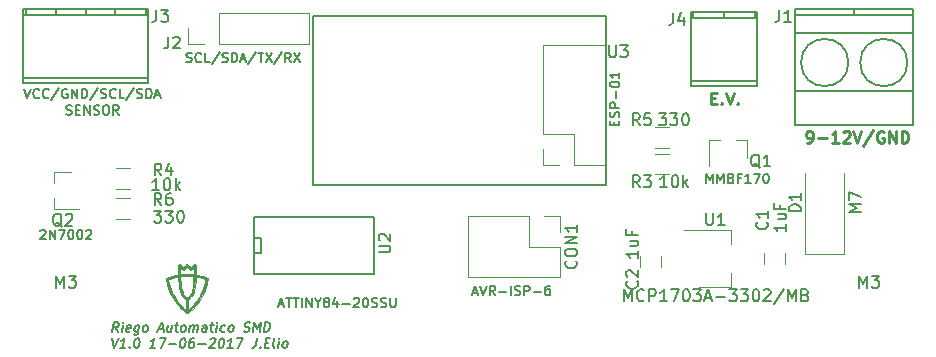
<source format=gbr>
G04 #@! TF.FileFunction,Legend,Top*
%FSLAX46Y46*%
G04 Gerber Fmt 4.6, Leading zero omitted, Abs format (unit mm)*
G04 Created by KiCad (PCBNEW 4.0.6-e0-6349~53~ubuntu16.04.1) date Wed Jun 28 19:43:20 2017*
%MOMM*%
%LPD*%
G01*
G04 APERTURE LIST*
%ADD10C,0.100000*%
%ADD11C,0.150000*%
%ADD12C,0.200000*%
%ADD13C,0.250000*%
%ADD14C,0.120000*%
%ADD15C,0.010000*%
G04 APERTURE END LIST*
D10*
D11*
X61402381Y-96686905D02*
X61183333Y-96305952D01*
X60945238Y-96686905D02*
X61045238Y-95886905D01*
X61350000Y-95886905D01*
X61421429Y-95925000D01*
X61454762Y-95963095D01*
X61483333Y-96039286D01*
X61469048Y-96153571D01*
X61421429Y-96229762D01*
X61378572Y-96267857D01*
X61297619Y-96305952D01*
X60992857Y-96305952D01*
X61745238Y-96686905D02*
X61811905Y-96153571D01*
X61845238Y-95886905D02*
X61802381Y-95925000D01*
X61835714Y-95963095D01*
X61878571Y-95925000D01*
X61845238Y-95886905D01*
X61835714Y-95963095D01*
X62435714Y-96648810D02*
X62354762Y-96686905D01*
X62202381Y-96686905D01*
X62130952Y-96648810D01*
X62102381Y-96572619D01*
X62140476Y-96267857D01*
X62188095Y-96191667D01*
X62269048Y-96153571D01*
X62421429Y-96153571D01*
X62492857Y-96191667D01*
X62521428Y-96267857D01*
X62511904Y-96344048D01*
X62121428Y-96420238D01*
X63221428Y-96153571D02*
X63140475Y-96801190D01*
X63092856Y-96877381D01*
X63049999Y-96915476D01*
X62969047Y-96953571D01*
X62854762Y-96953571D01*
X62783332Y-96915476D01*
X63159523Y-96648810D02*
X63078571Y-96686905D01*
X62926190Y-96686905D01*
X62854761Y-96648810D01*
X62821428Y-96610714D01*
X62792857Y-96534524D01*
X62821428Y-96305952D01*
X62869047Y-96229762D01*
X62911904Y-96191667D01*
X62992857Y-96153571D01*
X63145238Y-96153571D01*
X63216666Y-96191667D01*
X63650000Y-96686905D02*
X63578571Y-96648810D01*
X63545238Y-96610714D01*
X63516667Y-96534524D01*
X63545238Y-96305952D01*
X63592857Y-96229762D01*
X63635714Y-96191667D01*
X63716667Y-96153571D01*
X63830953Y-96153571D01*
X63902381Y-96191667D01*
X63935714Y-96229762D01*
X63964286Y-96305952D01*
X63935715Y-96534524D01*
X63888095Y-96610714D01*
X63845238Y-96648810D01*
X63764286Y-96686905D01*
X63650000Y-96686905D01*
X64859524Y-96458333D02*
X65240476Y-96458333D01*
X64754762Y-96686905D02*
X65121429Y-95886905D01*
X65288096Y-96686905D01*
X65964286Y-96153571D02*
X65897619Y-96686905D01*
X65621429Y-96153571D02*
X65569048Y-96572619D01*
X65597619Y-96648810D01*
X65669048Y-96686905D01*
X65783334Y-96686905D01*
X65864286Y-96648810D01*
X65907143Y-96610714D01*
X66230953Y-96153571D02*
X66535715Y-96153571D01*
X66378572Y-95886905D02*
X66292858Y-96572619D01*
X66321429Y-96648810D01*
X66392858Y-96686905D01*
X66469048Y-96686905D01*
X66850001Y-96686905D02*
X66778572Y-96648810D01*
X66745239Y-96610714D01*
X66716668Y-96534524D01*
X66745239Y-96305952D01*
X66792858Y-96229762D01*
X66835715Y-96191667D01*
X66916668Y-96153571D01*
X67030954Y-96153571D01*
X67102382Y-96191667D01*
X67135715Y-96229762D01*
X67164287Y-96305952D01*
X67135716Y-96534524D01*
X67088096Y-96610714D01*
X67045239Y-96648810D01*
X66964287Y-96686905D01*
X66850001Y-96686905D01*
X67459525Y-96686905D02*
X67526192Y-96153571D01*
X67516668Y-96229762D02*
X67559525Y-96191667D01*
X67640478Y-96153571D01*
X67754764Y-96153571D01*
X67826192Y-96191667D01*
X67854763Y-96267857D01*
X67802382Y-96686905D01*
X67854763Y-96267857D02*
X67902383Y-96191667D01*
X67983335Y-96153571D01*
X68097621Y-96153571D01*
X68169049Y-96191667D01*
X68197620Y-96267857D01*
X68145239Y-96686905D01*
X68869049Y-96686905D02*
X68921430Y-96267857D01*
X68892859Y-96191667D01*
X68821431Y-96153571D01*
X68669050Y-96153571D01*
X68588097Y-96191667D01*
X68873811Y-96648810D02*
X68792859Y-96686905D01*
X68602383Y-96686905D01*
X68530954Y-96648810D01*
X68502383Y-96572619D01*
X68511906Y-96496429D01*
X68559525Y-96420238D01*
X68640478Y-96382143D01*
X68830954Y-96382143D01*
X68911906Y-96344048D01*
X69202383Y-96153571D02*
X69507145Y-96153571D01*
X69350002Y-95886905D02*
X69264288Y-96572619D01*
X69292859Y-96648810D01*
X69364288Y-96686905D01*
X69440478Y-96686905D01*
X69707145Y-96686905D02*
X69773812Y-96153571D01*
X69807145Y-95886905D02*
X69764288Y-95925000D01*
X69797621Y-95963095D01*
X69840478Y-95925000D01*
X69807145Y-95886905D01*
X69797621Y-95963095D01*
X70435716Y-96648810D02*
X70354764Y-96686905D01*
X70202383Y-96686905D01*
X70130954Y-96648810D01*
X70097621Y-96610714D01*
X70069050Y-96534524D01*
X70097621Y-96305952D01*
X70145240Y-96229762D01*
X70188097Y-96191667D01*
X70269050Y-96153571D01*
X70421431Y-96153571D01*
X70492859Y-96191667D01*
X70888097Y-96686905D02*
X70816668Y-96648810D01*
X70783335Y-96610714D01*
X70754764Y-96534524D01*
X70783335Y-96305952D01*
X70830954Y-96229762D01*
X70873811Y-96191667D01*
X70954764Y-96153571D01*
X71069050Y-96153571D01*
X71140478Y-96191667D01*
X71173811Y-96229762D01*
X71202383Y-96305952D01*
X71173812Y-96534524D01*
X71126192Y-96610714D01*
X71083335Y-96648810D01*
X71002383Y-96686905D01*
X70888097Y-96686905D01*
X72073812Y-96648810D02*
X72183336Y-96686905D01*
X72373812Y-96686905D01*
X72454764Y-96648810D01*
X72497622Y-96610714D01*
X72545241Y-96534524D01*
X72554764Y-96458333D01*
X72526193Y-96382143D01*
X72492859Y-96344048D01*
X72421431Y-96305952D01*
X72273812Y-96267857D01*
X72202383Y-96229762D01*
X72169050Y-96191667D01*
X72140479Y-96115476D01*
X72150002Y-96039286D01*
X72197621Y-95963095D01*
X72240478Y-95925000D01*
X72321431Y-95886905D01*
X72511907Y-95886905D01*
X72621431Y-95925000D01*
X72869050Y-96686905D02*
X72969050Y-95886905D01*
X73164288Y-96458333D01*
X73502384Y-95886905D01*
X73402384Y-96686905D01*
X73783336Y-96686905D02*
X73883336Y-95886905D01*
X74073812Y-95886905D01*
X74183336Y-95925000D01*
X74250003Y-96001190D01*
X74278574Y-96077381D01*
X74297622Y-96229762D01*
X74283336Y-96344048D01*
X74226193Y-96496429D01*
X74178575Y-96572619D01*
X74092860Y-96648810D01*
X73973812Y-96686905D01*
X73783336Y-96686905D01*
X60930952Y-97236905D02*
X61097619Y-98036905D01*
X61464286Y-97236905D01*
X62050000Y-98036905D02*
X61592857Y-98036905D01*
X61821428Y-98036905D02*
X61921428Y-97236905D01*
X61830952Y-97351190D01*
X61745237Y-97427381D01*
X61664286Y-97465476D01*
X62402381Y-97960714D02*
X62435714Y-97998810D01*
X62392857Y-98036905D01*
X62359524Y-97998810D01*
X62402381Y-97960714D01*
X62392857Y-98036905D01*
X63026190Y-97236905D02*
X63102381Y-97236905D01*
X63173809Y-97275000D01*
X63207142Y-97313095D01*
X63235714Y-97389286D01*
X63254762Y-97541667D01*
X63230952Y-97732143D01*
X63173810Y-97884524D01*
X63126190Y-97960714D01*
X63083333Y-97998810D01*
X63002381Y-98036905D01*
X62926190Y-98036905D01*
X62854762Y-97998810D01*
X62821428Y-97960714D01*
X62792857Y-97884524D01*
X62773809Y-97732143D01*
X62797619Y-97541667D01*
X62854761Y-97389286D01*
X62902380Y-97313095D01*
X62945238Y-97275000D01*
X63026190Y-97236905D01*
X64564286Y-98036905D02*
X64107143Y-98036905D01*
X64335714Y-98036905D02*
X64435714Y-97236905D01*
X64345238Y-97351190D01*
X64259523Y-97427381D01*
X64178572Y-97465476D01*
X64930953Y-97236905D02*
X65464286Y-97236905D01*
X65021429Y-98036905D01*
X65707143Y-97732143D02*
X66316667Y-97732143D01*
X66911905Y-97236905D02*
X66988096Y-97236905D01*
X67059524Y-97275000D01*
X67092857Y-97313095D01*
X67121429Y-97389286D01*
X67140477Y-97541667D01*
X67116667Y-97732143D01*
X67059525Y-97884524D01*
X67011905Y-97960714D01*
X66969048Y-97998810D01*
X66888096Y-98036905D01*
X66811905Y-98036905D01*
X66740477Y-97998810D01*
X66707143Y-97960714D01*
X66678572Y-97884524D01*
X66659524Y-97732143D01*
X66683334Y-97541667D01*
X66740476Y-97389286D01*
X66788095Y-97313095D01*
X66830953Y-97275000D01*
X66911905Y-97236905D01*
X67864286Y-97236905D02*
X67711905Y-97236905D01*
X67630953Y-97275000D01*
X67588096Y-97313095D01*
X67497619Y-97427381D01*
X67440477Y-97579762D01*
X67402382Y-97884524D01*
X67430953Y-97960714D01*
X67464286Y-97998810D01*
X67535715Y-98036905D01*
X67688096Y-98036905D01*
X67769048Y-97998810D01*
X67811906Y-97960714D01*
X67859525Y-97884524D01*
X67883334Y-97694048D01*
X67854763Y-97617857D01*
X67821429Y-97579762D01*
X67750001Y-97541667D01*
X67597620Y-97541667D01*
X67516667Y-97579762D01*
X67473810Y-97617857D01*
X67426191Y-97694048D01*
X68221429Y-97732143D02*
X68830953Y-97732143D01*
X69226191Y-97313095D02*
X69269048Y-97275000D01*
X69350001Y-97236905D01*
X69540477Y-97236905D01*
X69611905Y-97275000D01*
X69645239Y-97313095D01*
X69673810Y-97389286D01*
X69664287Y-97465476D01*
X69611906Y-97579762D01*
X69097620Y-98036905D01*
X69592858Y-98036905D01*
X70188096Y-97236905D02*
X70264287Y-97236905D01*
X70335715Y-97275000D01*
X70369048Y-97313095D01*
X70397620Y-97389286D01*
X70416668Y-97541667D01*
X70392858Y-97732143D01*
X70335716Y-97884524D01*
X70288096Y-97960714D01*
X70245239Y-97998810D01*
X70164287Y-98036905D01*
X70088096Y-98036905D01*
X70016668Y-97998810D01*
X69983334Y-97960714D01*
X69954763Y-97884524D01*
X69935715Y-97732143D01*
X69959525Y-97541667D01*
X70016667Y-97389286D01*
X70064286Y-97313095D01*
X70107144Y-97275000D01*
X70188096Y-97236905D01*
X71116668Y-98036905D02*
X70659525Y-98036905D01*
X70888096Y-98036905D02*
X70988096Y-97236905D01*
X70897620Y-97351190D01*
X70811905Y-97427381D01*
X70730954Y-97465476D01*
X71483335Y-97236905D02*
X72016668Y-97236905D01*
X71573811Y-98036905D01*
X73159526Y-97236905D02*
X73088097Y-97808333D01*
X73035716Y-97922619D01*
X72950002Y-97998810D01*
X72830954Y-98036905D01*
X72754764Y-98036905D01*
X73450002Y-97960714D02*
X73483335Y-97998810D01*
X73440478Y-98036905D01*
X73407145Y-97998810D01*
X73450002Y-97960714D01*
X73440478Y-98036905D01*
X73873811Y-97617857D02*
X74140478Y-97617857D01*
X74202383Y-98036905D02*
X73821430Y-98036905D01*
X73921430Y-97236905D01*
X74302383Y-97236905D01*
X74659526Y-98036905D02*
X74588097Y-97998810D01*
X74559526Y-97922619D01*
X74645240Y-97236905D01*
X74964288Y-98036905D02*
X75030955Y-97503571D01*
X75145241Y-97198810D02*
X75016669Y-97313095D01*
X75459526Y-98036905D02*
X75388097Y-97998810D01*
X75354764Y-97960714D01*
X75326193Y-97884524D01*
X75354764Y-97655952D01*
X75402383Y-97579762D01*
X75445240Y-97541667D01*
X75526193Y-97503571D01*
X75640479Y-97503571D01*
X75711907Y-97541667D01*
X75745240Y-97579762D01*
X75773812Y-97655952D01*
X75745241Y-97884524D01*
X75697621Y-97960714D01*
X75654764Y-97998810D01*
X75573812Y-98036905D01*
X75459526Y-98036905D01*
D12*
X53478572Y-76111905D02*
X53745239Y-76911905D01*
X54011906Y-76111905D01*
X54735715Y-76835714D02*
X54697620Y-76873810D01*
X54583334Y-76911905D01*
X54507144Y-76911905D01*
X54392858Y-76873810D01*
X54316667Y-76797619D01*
X54278572Y-76721429D01*
X54240477Y-76569048D01*
X54240477Y-76454762D01*
X54278572Y-76302381D01*
X54316667Y-76226190D01*
X54392858Y-76150000D01*
X54507144Y-76111905D01*
X54583334Y-76111905D01*
X54697620Y-76150000D01*
X54735715Y-76188095D01*
X55535715Y-76835714D02*
X55497620Y-76873810D01*
X55383334Y-76911905D01*
X55307144Y-76911905D01*
X55192858Y-76873810D01*
X55116667Y-76797619D01*
X55078572Y-76721429D01*
X55040477Y-76569048D01*
X55040477Y-76454762D01*
X55078572Y-76302381D01*
X55116667Y-76226190D01*
X55192858Y-76150000D01*
X55307144Y-76111905D01*
X55383334Y-76111905D01*
X55497620Y-76150000D01*
X55535715Y-76188095D01*
X56450001Y-76073810D02*
X55764286Y-77102381D01*
X57135715Y-76150000D02*
X57059524Y-76111905D01*
X56945239Y-76111905D01*
X56830953Y-76150000D01*
X56754762Y-76226190D01*
X56716667Y-76302381D01*
X56678572Y-76454762D01*
X56678572Y-76569048D01*
X56716667Y-76721429D01*
X56754762Y-76797619D01*
X56830953Y-76873810D01*
X56945239Y-76911905D01*
X57021429Y-76911905D01*
X57135715Y-76873810D01*
X57173810Y-76835714D01*
X57173810Y-76569048D01*
X57021429Y-76569048D01*
X57516667Y-76911905D02*
X57516667Y-76111905D01*
X57973810Y-76911905D01*
X57973810Y-76111905D01*
X58354762Y-76911905D02*
X58354762Y-76111905D01*
X58545238Y-76111905D01*
X58659524Y-76150000D01*
X58735715Y-76226190D01*
X58773810Y-76302381D01*
X58811905Y-76454762D01*
X58811905Y-76569048D01*
X58773810Y-76721429D01*
X58735715Y-76797619D01*
X58659524Y-76873810D01*
X58545238Y-76911905D01*
X58354762Y-76911905D01*
X59726191Y-76073810D02*
X59040476Y-77102381D01*
X59954762Y-76873810D02*
X60069048Y-76911905D01*
X60259524Y-76911905D01*
X60335714Y-76873810D01*
X60373810Y-76835714D01*
X60411905Y-76759524D01*
X60411905Y-76683333D01*
X60373810Y-76607143D01*
X60335714Y-76569048D01*
X60259524Y-76530952D01*
X60107143Y-76492857D01*
X60030952Y-76454762D01*
X59992857Y-76416667D01*
X59954762Y-76340476D01*
X59954762Y-76264286D01*
X59992857Y-76188095D01*
X60030952Y-76150000D01*
X60107143Y-76111905D01*
X60297619Y-76111905D01*
X60411905Y-76150000D01*
X61211905Y-76835714D02*
X61173810Y-76873810D01*
X61059524Y-76911905D01*
X60983334Y-76911905D01*
X60869048Y-76873810D01*
X60792857Y-76797619D01*
X60754762Y-76721429D01*
X60716667Y-76569048D01*
X60716667Y-76454762D01*
X60754762Y-76302381D01*
X60792857Y-76226190D01*
X60869048Y-76150000D01*
X60983334Y-76111905D01*
X61059524Y-76111905D01*
X61173810Y-76150000D01*
X61211905Y-76188095D01*
X61935715Y-76911905D02*
X61554762Y-76911905D01*
X61554762Y-76111905D01*
X62773810Y-76073810D02*
X62088095Y-77102381D01*
X63002381Y-76873810D02*
X63116667Y-76911905D01*
X63307143Y-76911905D01*
X63383333Y-76873810D01*
X63421429Y-76835714D01*
X63459524Y-76759524D01*
X63459524Y-76683333D01*
X63421429Y-76607143D01*
X63383333Y-76569048D01*
X63307143Y-76530952D01*
X63154762Y-76492857D01*
X63078571Y-76454762D01*
X63040476Y-76416667D01*
X63002381Y-76340476D01*
X63002381Y-76264286D01*
X63040476Y-76188095D01*
X63078571Y-76150000D01*
X63154762Y-76111905D01*
X63345238Y-76111905D01*
X63459524Y-76150000D01*
X63802381Y-76911905D02*
X63802381Y-76111905D01*
X63992857Y-76111905D01*
X64107143Y-76150000D01*
X64183334Y-76226190D01*
X64221429Y-76302381D01*
X64259524Y-76454762D01*
X64259524Y-76569048D01*
X64221429Y-76721429D01*
X64183334Y-76797619D01*
X64107143Y-76873810D01*
X63992857Y-76911905D01*
X63802381Y-76911905D01*
X64564286Y-76683333D02*
X64945238Y-76683333D01*
X64488095Y-76911905D02*
X64754762Y-76111905D01*
X65021429Y-76911905D01*
X57040476Y-78273810D02*
X57154762Y-78311905D01*
X57345238Y-78311905D01*
X57421428Y-78273810D01*
X57459524Y-78235714D01*
X57497619Y-78159524D01*
X57497619Y-78083333D01*
X57459524Y-78007143D01*
X57421428Y-77969048D01*
X57345238Y-77930952D01*
X57192857Y-77892857D01*
X57116666Y-77854762D01*
X57078571Y-77816667D01*
X57040476Y-77740476D01*
X57040476Y-77664286D01*
X57078571Y-77588095D01*
X57116666Y-77550000D01*
X57192857Y-77511905D01*
X57383333Y-77511905D01*
X57497619Y-77550000D01*
X57840476Y-77892857D02*
X58107143Y-77892857D01*
X58221429Y-78311905D02*
X57840476Y-78311905D01*
X57840476Y-77511905D01*
X58221429Y-77511905D01*
X58564286Y-78311905D02*
X58564286Y-77511905D01*
X59021429Y-78311905D01*
X59021429Y-77511905D01*
X59364286Y-78273810D02*
X59478572Y-78311905D01*
X59669048Y-78311905D01*
X59745238Y-78273810D01*
X59783334Y-78235714D01*
X59821429Y-78159524D01*
X59821429Y-78083333D01*
X59783334Y-78007143D01*
X59745238Y-77969048D01*
X59669048Y-77930952D01*
X59516667Y-77892857D01*
X59440476Y-77854762D01*
X59402381Y-77816667D01*
X59364286Y-77740476D01*
X59364286Y-77664286D01*
X59402381Y-77588095D01*
X59440476Y-77550000D01*
X59516667Y-77511905D01*
X59707143Y-77511905D01*
X59821429Y-77550000D01*
X60316667Y-77511905D02*
X60469048Y-77511905D01*
X60545239Y-77550000D01*
X60621429Y-77626190D01*
X60659524Y-77778571D01*
X60659524Y-78045238D01*
X60621429Y-78197619D01*
X60545239Y-78273810D01*
X60469048Y-78311905D01*
X60316667Y-78311905D01*
X60240477Y-78273810D01*
X60164286Y-78197619D01*
X60126191Y-78045238D01*
X60126191Y-77778571D01*
X60164286Y-77626190D01*
X60240477Y-77550000D01*
X60316667Y-77511905D01*
X61459524Y-78311905D02*
X61192857Y-77930952D01*
X61002381Y-78311905D02*
X61002381Y-77511905D01*
X61307143Y-77511905D01*
X61383334Y-77550000D01*
X61421429Y-77588095D01*
X61459524Y-77664286D01*
X61459524Y-77778571D01*
X61421429Y-77854762D01*
X61383334Y-77892857D01*
X61307143Y-77930952D01*
X61002381Y-77930952D01*
X67200000Y-73823810D02*
X67314286Y-73861905D01*
X67504762Y-73861905D01*
X67580952Y-73823810D01*
X67619048Y-73785714D01*
X67657143Y-73709524D01*
X67657143Y-73633333D01*
X67619048Y-73557143D01*
X67580952Y-73519048D01*
X67504762Y-73480952D01*
X67352381Y-73442857D01*
X67276190Y-73404762D01*
X67238095Y-73366667D01*
X67200000Y-73290476D01*
X67200000Y-73214286D01*
X67238095Y-73138095D01*
X67276190Y-73100000D01*
X67352381Y-73061905D01*
X67542857Y-73061905D01*
X67657143Y-73100000D01*
X68457143Y-73785714D02*
X68419048Y-73823810D01*
X68304762Y-73861905D01*
X68228572Y-73861905D01*
X68114286Y-73823810D01*
X68038095Y-73747619D01*
X68000000Y-73671429D01*
X67961905Y-73519048D01*
X67961905Y-73404762D01*
X68000000Y-73252381D01*
X68038095Y-73176190D01*
X68114286Y-73100000D01*
X68228572Y-73061905D01*
X68304762Y-73061905D01*
X68419048Y-73100000D01*
X68457143Y-73138095D01*
X69180953Y-73861905D02*
X68800000Y-73861905D01*
X68800000Y-73061905D01*
X70019048Y-73023810D02*
X69333333Y-74052381D01*
X70247619Y-73823810D02*
X70361905Y-73861905D01*
X70552381Y-73861905D01*
X70628571Y-73823810D01*
X70666667Y-73785714D01*
X70704762Y-73709524D01*
X70704762Y-73633333D01*
X70666667Y-73557143D01*
X70628571Y-73519048D01*
X70552381Y-73480952D01*
X70400000Y-73442857D01*
X70323809Y-73404762D01*
X70285714Y-73366667D01*
X70247619Y-73290476D01*
X70247619Y-73214286D01*
X70285714Y-73138095D01*
X70323809Y-73100000D01*
X70400000Y-73061905D01*
X70590476Y-73061905D01*
X70704762Y-73100000D01*
X71047619Y-73861905D02*
X71047619Y-73061905D01*
X71238095Y-73061905D01*
X71352381Y-73100000D01*
X71428572Y-73176190D01*
X71466667Y-73252381D01*
X71504762Y-73404762D01*
X71504762Y-73519048D01*
X71466667Y-73671429D01*
X71428572Y-73747619D01*
X71352381Y-73823810D01*
X71238095Y-73861905D01*
X71047619Y-73861905D01*
X71809524Y-73633333D02*
X72190476Y-73633333D01*
X71733333Y-73861905D02*
X72000000Y-73061905D01*
X72266667Y-73861905D01*
X73104762Y-73023810D02*
X72419047Y-74052381D01*
X73257142Y-73061905D02*
X73714285Y-73061905D01*
X73485714Y-73861905D02*
X73485714Y-73061905D01*
X73904762Y-73061905D02*
X74438095Y-73861905D01*
X74438095Y-73061905D02*
X73904762Y-73861905D01*
X75314286Y-73023810D02*
X74628571Y-74052381D01*
X76038095Y-73861905D02*
X75771428Y-73480952D01*
X75580952Y-73861905D02*
X75580952Y-73061905D01*
X75885714Y-73061905D01*
X75961905Y-73100000D01*
X76000000Y-73138095D01*
X76038095Y-73214286D01*
X76038095Y-73328571D01*
X76000000Y-73404762D01*
X75961905Y-73442857D01*
X75885714Y-73480952D01*
X75580952Y-73480952D01*
X76304762Y-73061905D02*
X76838095Y-73861905D01*
X76838095Y-73061905D02*
X76304762Y-73861905D01*
D13*
X119761905Y-80702381D02*
X119952381Y-80702381D01*
X120047620Y-80654762D01*
X120095239Y-80607143D01*
X120190477Y-80464286D01*
X120238096Y-80273810D01*
X120238096Y-79892857D01*
X120190477Y-79797619D01*
X120142858Y-79750000D01*
X120047620Y-79702381D01*
X119857143Y-79702381D01*
X119761905Y-79750000D01*
X119714286Y-79797619D01*
X119666667Y-79892857D01*
X119666667Y-80130952D01*
X119714286Y-80226190D01*
X119761905Y-80273810D01*
X119857143Y-80321429D01*
X120047620Y-80321429D01*
X120142858Y-80273810D01*
X120190477Y-80226190D01*
X120238096Y-80130952D01*
X120666667Y-80321429D02*
X121428572Y-80321429D01*
X122428572Y-80702381D02*
X121857143Y-80702381D01*
X122142857Y-80702381D02*
X122142857Y-79702381D01*
X122047619Y-79845238D01*
X121952381Y-79940476D01*
X121857143Y-79988095D01*
X122809524Y-79797619D02*
X122857143Y-79750000D01*
X122952381Y-79702381D01*
X123190477Y-79702381D01*
X123285715Y-79750000D01*
X123333334Y-79797619D01*
X123380953Y-79892857D01*
X123380953Y-79988095D01*
X123333334Y-80130952D01*
X122761905Y-80702381D01*
X123380953Y-80702381D01*
X123666667Y-79702381D02*
X124000000Y-80702381D01*
X124333334Y-79702381D01*
X125380953Y-79654762D02*
X124523810Y-80940476D01*
X126238096Y-79750000D02*
X126142858Y-79702381D01*
X126000001Y-79702381D01*
X125857143Y-79750000D01*
X125761905Y-79845238D01*
X125714286Y-79940476D01*
X125666667Y-80130952D01*
X125666667Y-80273810D01*
X125714286Y-80464286D01*
X125761905Y-80559524D01*
X125857143Y-80654762D01*
X126000001Y-80702381D01*
X126095239Y-80702381D01*
X126238096Y-80654762D01*
X126285715Y-80607143D01*
X126285715Y-80273810D01*
X126095239Y-80273810D01*
X126714286Y-80702381D02*
X126714286Y-79702381D01*
X127285715Y-80702381D01*
X127285715Y-79702381D01*
X127761905Y-80702381D02*
X127761905Y-79702381D01*
X128000000Y-79702381D01*
X128142858Y-79750000D01*
X128238096Y-79845238D01*
X128285715Y-79940476D01*
X128333334Y-80130952D01*
X128333334Y-80273810D01*
X128285715Y-80464286D01*
X128238096Y-80559524D01*
X128142858Y-80654762D01*
X128000000Y-80702381D01*
X127761905Y-80702381D01*
X111630953Y-76928571D02*
X111964287Y-76928571D01*
X112107144Y-77452381D02*
X111630953Y-77452381D01*
X111630953Y-76452381D01*
X112107144Y-76452381D01*
X112535715Y-77357143D02*
X112583334Y-77404762D01*
X112535715Y-77452381D01*
X112488096Y-77404762D01*
X112535715Y-77357143D01*
X112535715Y-77452381D01*
X112869048Y-76452381D02*
X113202381Y-77452381D01*
X113535715Y-76452381D01*
X113869048Y-77357143D02*
X113916667Y-77404762D01*
X113869048Y-77452381D01*
X113821429Y-77404762D01*
X113869048Y-77357143D01*
X113869048Y-77452381D01*
D11*
X77950000Y-84250000D02*
X102750000Y-84250000D01*
X77950000Y-69950000D02*
X77950000Y-84250000D01*
X102750000Y-69950000D02*
X77950000Y-69950000D01*
X102750000Y-84250000D02*
X102750000Y-69950000D01*
D14*
X100020000Y-82580000D02*
X102750000Y-82583500D01*
X102750500Y-82583500D02*
X102750500Y-72436200D01*
X97429200Y-72436200D02*
X102737800Y-72436200D01*
X97429200Y-72448890D02*
X97429200Y-79980000D01*
X97420000Y-79980000D02*
X100020000Y-79980000D01*
X100020000Y-79980000D02*
X100020000Y-82580000D01*
X98750000Y-82580000D02*
X97420000Y-82580000D01*
X97420000Y-82580000D02*
X97420000Y-81250000D01*
D11*
X109930920Y-70149040D02*
X115529080Y-70149040D01*
X115330960Y-69651200D02*
X115330960Y-70149040D01*
X110129040Y-70149040D02*
X110129040Y-69651200D01*
X112730000Y-69651200D02*
X112730000Y-70149040D01*
X115529080Y-75450020D02*
X109930920Y-75450020D01*
X115529080Y-69651200D02*
X109930920Y-69651200D01*
X109930920Y-69651200D02*
X109930920Y-75848800D01*
X109930920Y-75848800D02*
X115529080Y-75848800D01*
X115529080Y-75848800D02*
X115529080Y-69651200D01*
D14*
X116150000Y-90000000D02*
X116150000Y-91000000D01*
X117850000Y-91000000D02*
X117850000Y-90000000D01*
X105650000Y-90250000D02*
X105650000Y-91250000D01*
X107350000Y-91250000D02*
X107350000Y-90250000D01*
X96230000Y-86880000D02*
X91090000Y-86880000D01*
X91090000Y-86880000D02*
X91090000Y-92080000D01*
X91090000Y-92080000D02*
X98830000Y-92080000D01*
X98830000Y-92080000D02*
X98830000Y-89480000D01*
X98830000Y-89480000D02*
X96230000Y-89480000D01*
X96230000Y-89480000D02*
X96230000Y-86880000D01*
X97500000Y-86880000D02*
X98830000Y-86880000D01*
X98830000Y-86880000D02*
X98830000Y-88210000D01*
X69940000Y-72330000D02*
X77620000Y-72330000D01*
X77620000Y-72330000D02*
X77620000Y-69670000D01*
X77620000Y-69670000D02*
X69940000Y-69670000D01*
X69940000Y-69670000D02*
X69940000Y-72330000D01*
X68670000Y-72330000D02*
X67340000Y-72330000D01*
X67340000Y-72330000D02*
X67340000Y-71000000D01*
X114630000Y-80490000D02*
X113700000Y-80490000D01*
X111470000Y-80490000D02*
X112400000Y-80490000D01*
X111470000Y-80490000D02*
X111470000Y-82650000D01*
X114630000Y-80490000D02*
X114630000Y-81950000D01*
X55990000Y-83170000D02*
X55990000Y-84100000D01*
X55990000Y-86330000D02*
X55990000Y-85400000D01*
X55990000Y-86330000D02*
X58150000Y-86330000D01*
X55990000Y-83170000D02*
X57450000Y-83170000D01*
X106900000Y-81620000D02*
X108100000Y-81620000D01*
X108100000Y-83380000D02*
X106900000Y-83380000D01*
X62450000Y-84630000D02*
X61250000Y-84630000D01*
X61250000Y-82870000D02*
X62450000Y-82870000D01*
X106900000Y-79370000D02*
X108100000Y-79370000D01*
X108100000Y-81130000D02*
X106900000Y-81130000D01*
X62450000Y-87130000D02*
X61250000Y-87130000D01*
X61250000Y-85370000D02*
X62450000Y-85370000D01*
X113300000Y-91700000D02*
X113300000Y-92900000D01*
X113300000Y-92900000D02*
X110600000Y-92900000D01*
X109300000Y-88100000D02*
X113300000Y-88100000D01*
X113300000Y-88100000D02*
X113300000Y-89300000D01*
X119600000Y-90150000D02*
X122900000Y-90150000D01*
X122900000Y-90150000D02*
X122900000Y-83250000D01*
X119600000Y-90150000D02*
X119600000Y-83250000D01*
D11*
X123750000Y-69900000D02*
X123750000Y-69400000D01*
X123250000Y-73900000D02*
G75*
G03X123250000Y-73900000I-2000000J0D01*
G01*
X128250000Y-73900000D02*
G75*
G03X128250000Y-73900000I-2000000J0D01*
G01*
X128750000Y-71400000D02*
X118750000Y-71400000D01*
X128750000Y-76300000D02*
X118750000Y-76300000D01*
X128750000Y-69900000D02*
X118750000Y-69900000D01*
X128750000Y-69400000D02*
X118750000Y-69400000D01*
X118750000Y-69400000D02*
X118750000Y-79200000D01*
X118750000Y-79200000D02*
X128750000Y-79200000D01*
X128750000Y-79200000D02*
X128750000Y-69400000D01*
X53389020Y-75598800D02*
X63990980Y-75598800D01*
X63990980Y-75200020D02*
X53389020Y-75200020D01*
X63990980Y-69899040D02*
X53389020Y-69899040D01*
X53389020Y-69401200D02*
X63990980Y-69401200D01*
X56193180Y-69899040D02*
X56193180Y-69401200D01*
X58690000Y-69899040D02*
X58690000Y-69401200D01*
X63787780Y-69401200D02*
X63787780Y-69899040D01*
X53589680Y-69899040D02*
X53589680Y-69401200D01*
X61186820Y-69401200D02*
X61186820Y-69899040D01*
X53391560Y-69401200D02*
X53391560Y-75598800D01*
X63985900Y-75598800D02*
X63985900Y-69401200D01*
X83080000Y-86964000D02*
X83080000Y-91790000D01*
X83080000Y-91790000D02*
X72920000Y-91790000D01*
X72920000Y-91790000D02*
X72920000Y-86964000D01*
X72920000Y-86964000D02*
X83080000Y-86964000D01*
X72920000Y-88742000D02*
X73555000Y-88742000D01*
X73555000Y-88742000D02*
X73555000Y-90012000D01*
X73555000Y-90012000D02*
X72920000Y-90012000D01*
D15*
G36*
X67274394Y-90971684D02*
X67297347Y-90984307D01*
X67328215Y-91008227D01*
X67370002Y-91045800D01*
X67425716Y-91099382D01*
X67432925Y-91106453D01*
X67573850Y-91244907D01*
X67718910Y-91106453D01*
X67779907Y-91049239D01*
X67826572Y-91008718D01*
X67862180Y-90983276D01*
X67890002Y-90971296D01*
X67913313Y-90971164D01*
X67935385Y-90981263D01*
X67950268Y-90992264D01*
X67980250Y-91016529D01*
X67983924Y-91430298D01*
X67987598Y-91844066D01*
X68015674Y-91850033D01*
X68043257Y-91855567D01*
X68085290Y-91863652D01*
X68119950Y-91870164D01*
X68193803Y-91885543D01*
X68284114Y-91906877D01*
X68383227Y-91932132D01*
X68483485Y-91959277D01*
X68577236Y-91986280D01*
X68656823Y-92011109D01*
X68678750Y-92018505D01*
X68782000Y-92055190D01*
X68862766Y-92086167D01*
X68923077Y-92112380D01*
X68964962Y-92134769D01*
X68990451Y-92154275D01*
X68999986Y-92167485D01*
X69006013Y-92200840D01*
X69004652Y-92254973D01*
X68996631Y-92326595D01*
X68982677Y-92412418D01*
X68963520Y-92509152D01*
X68939887Y-92613506D01*
X68912507Y-92722193D01*
X68882108Y-92831922D01*
X68849417Y-92939404D01*
X68815163Y-93041349D01*
X68793532Y-93100144D01*
X68671192Y-93386930D01*
X68525056Y-93670748D01*
X68356721Y-93949317D01*
X68167781Y-94220360D01*
X67959832Y-94481595D01*
X67734468Y-94730744D01*
X67493286Y-94965528D01*
X67478600Y-94978879D01*
X67408745Y-95041040D01*
X67354088Y-95086921D01*
X67312049Y-95118388D01*
X67280049Y-95137305D01*
X67255509Y-95145534D01*
X67246996Y-95146252D01*
X67227773Y-95138463D01*
X67195382Y-95117630D01*
X67155607Y-95087623D01*
X67139046Y-95074019D01*
X66984827Y-94938926D01*
X66835030Y-94797518D01*
X66697872Y-94657624D01*
X66668165Y-94625600D01*
X66442642Y-94364111D01*
X66239954Y-94096768D01*
X66060496Y-93824298D01*
X65904660Y-93547427D01*
X65772842Y-93266883D01*
X65665435Y-92983391D01*
X65582833Y-92697679D01*
X65554373Y-92571089D01*
X65536880Y-92480254D01*
X65522351Y-92393791D01*
X65511300Y-92315776D01*
X65504875Y-92256157D01*
X65673567Y-92256157D01*
X65681757Y-92320103D01*
X65723187Y-92558624D01*
X65786885Y-92804174D01*
X65871861Y-93053577D01*
X65977124Y-93303657D01*
X66010719Y-93374650D01*
X66115364Y-93578578D01*
X66226386Y-93770660D01*
X66347208Y-93955937D01*
X66481256Y-94139451D01*
X66631954Y-94326242D01*
X66749024Y-94461465D01*
X66793562Y-94510296D01*
X66845381Y-94564955D01*
X66901497Y-94622527D01*
X66958928Y-94680100D01*
X67014691Y-94734760D01*
X67065802Y-94783595D01*
X67109279Y-94823690D01*
X67142139Y-94852133D01*
X67161399Y-94866010D01*
X67164164Y-94866900D01*
X67166347Y-94854666D01*
X67168356Y-94819828D01*
X67170135Y-94765184D01*
X67171626Y-94693528D01*
X67172772Y-94607657D01*
X67173515Y-94510367D01*
X67173798Y-94404454D01*
X67173800Y-94397326D01*
X67173800Y-93929524D01*
X67338900Y-93929524D01*
X67338900Y-94398212D01*
X67339116Y-94504485D01*
X67339733Y-94602315D01*
X67340701Y-94688903D01*
X67341969Y-94761449D01*
X67343490Y-94817157D01*
X67345212Y-94853225D01*
X67347086Y-94866856D01*
X67347200Y-94866900D01*
X67358613Y-94858439D01*
X67384794Y-94835062D01*
X67422513Y-94799772D01*
X67468540Y-94755573D01*
X67500838Y-94724025D01*
X67740790Y-94473105D01*
X67959066Y-94213684D01*
X68155177Y-93946630D01*
X68328634Y-93672810D01*
X68478947Y-93393093D01*
X68605627Y-93108346D01*
X68708185Y-92819438D01*
X68786132Y-92527237D01*
X68812708Y-92396750D01*
X68823030Y-92338892D01*
X68828448Y-92300839D01*
X68829051Y-92277493D01*
X68824925Y-92263753D01*
X68816157Y-92254521D01*
X68815161Y-92253751D01*
X68789303Y-92240110D01*
X68742725Y-92221611D01*
X68679381Y-92199412D01*
X68603229Y-92174675D01*
X68518225Y-92148557D01*
X68428323Y-92122219D01*
X68337481Y-92096819D01*
X68249654Y-92073518D01*
X68168798Y-92053474D01*
X68098870Y-92037848D01*
X68044606Y-92027914D01*
X67986600Y-92019215D01*
X67986411Y-92188932D01*
X67979666Y-92453511D01*
X67960124Y-92699324D01*
X67927917Y-92925775D01*
X67883175Y-93132269D01*
X67826030Y-93318208D01*
X67756613Y-93482997D01*
X67675054Y-93626038D01*
X67668808Y-93635348D01*
X67615823Y-93704559D01*
X67552857Y-93772896D01*
X67486567Y-93833868D01*
X67423611Y-93880983D01*
X67405830Y-93891751D01*
X67338900Y-93929524D01*
X67173800Y-93929524D01*
X67173800Y-93927752D01*
X67132525Y-93906878D01*
X67034043Y-93843685D01*
X66941115Y-93757301D01*
X66855111Y-93649587D01*
X66777403Y-93522407D01*
X66709361Y-93377622D01*
X66674268Y-93284583D01*
X66632901Y-93152389D01*
X66599334Y-93016107D01*
X66572955Y-92871658D01*
X66553152Y-92714966D01*
X66539314Y-92541956D01*
X66530830Y-92348549D01*
X66530136Y-92323511D01*
X66522239Y-92021673D01*
X66476544Y-92029519D01*
X66268836Y-92072062D01*
X66052023Y-92129324D01*
X65835642Y-92198769D01*
X65823608Y-92203011D01*
X65673567Y-92256157D01*
X65504875Y-92256157D01*
X65504242Y-92250289D01*
X65501690Y-92201408D01*
X65504158Y-92173212D01*
X65504191Y-92173109D01*
X65519427Y-92153713D01*
X65549952Y-92130784D01*
X65572927Y-92117690D01*
X65636611Y-92089144D01*
X65720398Y-92057201D01*
X65819457Y-92023320D01*
X65893222Y-92000171D01*
X66701040Y-92000171D01*
X66707305Y-92344510D01*
X66709872Y-92462449D01*
X66713042Y-92559406D01*
X66717107Y-92639802D01*
X66722361Y-92708052D01*
X66729096Y-92768576D01*
X66737605Y-92825790D01*
X66740246Y-92841250D01*
X66779156Y-93031619D01*
X66825581Y-93199443D01*
X66880282Y-93346664D01*
X66944025Y-93475224D01*
X67017571Y-93587064D01*
X67048918Y-93626381D01*
X67083495Y-93662229D01*
X67126324Y-93699196D01*
X67171384Y-93732894D01*
X67212655Y-93758937D01*
X67244117Y-93772936D01*
X67251727Y-93774179D01*
X67272035Y-93767706D01*
X67305979Y-93750179D01*
X67346501Y-93725275D01*
X67349737Y-93723126D01*
X67439588Y-93648499D01*
X67520595Y-93551208D01*
X67592363Y-93432543D01*
X67654498Y-93293794D01*
X67706604Y-93136251D01*
X67748286Y-92961203D01*
X67779149Y-92769941D01*
X67798799Y-92563753D01*
X67806840Y-92343930D01*
X67806424Y-92231650D01*
X67802450Y-91990350D01*
X67732600Y-91981606D01*
X67656724Y-91974218D01*
X67565024Y-91968689D01*
X67461715Y-91964971D01*
X67351011Y-91963019D01*
X67237126Y-91962784D01*
X67124276Y-91964222D01*
X67016676Y-91967285D01*
X66918540Y-91971928D01*
X66834082Y-91978102D01*
X66767519Y-91985763D01*
X66731045Y-91992661D01*
X66701040Y-92000171D01*
X65893222Y-92000171D01*
X65928959Y-91988956D01*
X66044075Y-91955569D01*
X66159975Y-91924614D01*
X66271830Y-91897550D01*
X66373700Y-91876046D01*
X66425625Y-91865845D01*
X66469771Y-91856745D01*
X66498787Y-91850278D01*
X66503875Y-91848957D01*
X66510052Y-91845642D01*
X66514971Y-91837881D01*
X66518774Y-91823054D01*
X66521603Y-91798543D01*
X66523600Y-91761731D01*
X66524906Y-91710000D01*
X66525663Y-91640731D01*
X66526014Y-91551305D01*
X66526099Y-91439106D01*
X66526100Y-91438756D01*
X66526160Y-91326660D01*
X66526393Y-91255695D01*
X66703900Y-91255695D01*
X66703900Y-91820225D01*
X66815025Y-91810037D01*
X66858443Y-91807255D01*
X66922414Y-91804763D01*
X67002091Y-91802669D01*
X67092628Y-91801082D01*
X67189179Y-91800110D01*
X67269050Y-91799850D01*
X67366006Y-91800203D01*
X67460073Y-91801200D01*
X67546599Y-91802739D01*
X67620938Y-91804724D01*
X67678439Y-91807055D01*
X67710375Y-91809213D01*
X67808800Y-91818576D01*
X67808800Y-91255695D01*
X67708658Y-91353147D01*
X67661747Y-91398130D01*
X67624692Y-91429094D01*
X67593295Y-91445482D01*
X67563363Y-91446738D01*
X67530699Y-91432305D01*
X67491108Y-91401626D01*
X67440394Y-91354146D01*
X67397274Y-91311839D01*
X67256350Y-91173079D01*
X67113632Y-91311839D01*
X67053976Y-91368730D01*
X67008840Y-91408958D01*
X66975591Y-91434597D01*
X66951600Y-91447719D01*
X66937549Y-91450600D01*
X66914918Y-91444583D01*
X66884339Y-91425057D01*
X66842776Y-91389805D01*
X66804041Y-91353147D01*
X66703900Y-91255695D01*
X66526393Y-91255695D01*
X66526455Y-91237140D01*
X66527154Y-91167372D01*
X66528427Y-91114534D01*
X66530444Y-91075803D01*
X66533376Y-91048353D01*
X66537391Y-91029363D01*
X66542661Y-91016008D01*
X66549354Y-91005465D01*
X66552421Y-91001462D01*
X66572623Y-90979926D01*
X66593428Y-90969281D01*
X66617779Y-90970833D01*
X66648619Y-90985892D01*
X66688891Y-91015763D01*
X66741537Y-91061755D01*
X66790528Y-91107251D01*
X66938420Y-91246503D01*
X67079560Y-91107251D01*
X67136942Y-91051559D01*
X67180087Y-91012157D01*
X67211995Y-90986682D01*
X67235667Y-90972771D01*
X67254103Y-90968060D01*
X67256349Y-90968000D01*
X67274394Y-90971684D01*
X67274394Y-90971684D01*
G37*
X67274394Y-90971684D02*
X67297347Y-90984307D01*
X67328215Y-91008227D01*
X67370002Y-91045800D01*
X67425716Y-91099382D01*
X67432925Y-91106453D01*
X67573850Y-91244907D01*
X67718910Y-91106453D01*
X67779907Y-91049239D01*
X67826572Y-91008718D01*
X67862180Y-90983276D01*
X67890002Y-90971296D01*
X67913313Y-90971164D01*
X67935385Y-90981263D01*
X67950268Y-90992264D01*
X67980250Y-91016529D01*
X67983924Y-91430298D01*
X67987598Y-91844066D01*
X68015674Y-91850033D01*
X68043257Y-91855567D01*
X68085290Y-91863652D01*
X68119950Y-91870164D01*
X68193803Y-91885543D01*
X68284114Y-91906877D01*
X68383227Y-91932132D01*
X68483485Y-91959277D01*
X68577236Y-91986280D01*
X68656823Y-92011109D01*
X68678750Y-92018505D01*
X68782000Y-92055190D01*
X68862766Y-92086167D01*
X68923077Y-92112380D01*
X68964962Y-92134769D01*
X68990451Y-92154275D01*
X68999986Y-92167485D01*
X69006013Y-92200840D01*
X69004652Y-92254973D01*
X68996631Y-92326595D01*
X68982677Y-92412418D01*
X68963520Y-92509152D01*
X68939887Y-92613506D01*
X68912507Y-92722193D01*
X68882108Y-92831922D01*
X68849417Y-92939404D01*
X68815163Y-93041349D01*
X68793532Y-93100144D01*
X68671192Y-93386930D01*
X68525056Y-93670748D01*
X68356721Y-93949317D01*
X68167781Y-94220360D01*
X67959832Y-94481595D01*
X67734468Y-94730744D01*
X67493286Y-94965528D01*
X67478600Y-94978879D01*
X67408745Y-95041040D01*
X67354088Y-95086921D01*
X67312049Y-95118388D01*
X67280049Y-95137305D01*
X67255509Y-95145534D01*
X67246996Y-95146252D01*
X67227773Y-95138463D01*
X67195382Y-95117630D01*
X67155607Y-95087623D01*
X67139046Y-95074019D01*
X66984827Y-94938926D01*
X66835030Y-94797518D01*
X66697872Y-94657624D01*
X66668165Y-94625600D01*
X66442642Y-94364111D01*
X66239954Y-94096768D01*
X66060496Y-93824298D01*
X65904660Y-93547427D01*
X65772842Y-93266883D01*
X65665435Y-92983391D01*
X65582833Y-92697679D01*
X65554373Y-92571089D01*
X65536880Y-92480254D01*
X65522351Y-92393791D01*
X65511300Y-92315776D01*
X65504875Y-92256157D01*
X65673567Y-92256157D01*
X65681757Y-92320103D01*
X65723187Y-92558624D01*
X65786885Y-92804174D01*
X65871861Y-93053577D01*
X65977124Y-93303657D01*
X66010719Y-93374650D01*
X66115364Y-93578578D01*
X66226386Y-93770660D01*
X66347208Y-93955937D01*
X66481256Y-94139451D01*
X66631954Y-94326242D01*
X66749024Y-94461465D01*
X66793562Y-94510296D01*
X66845381Y-94564955D01*
X66901497Y-94622527D01*
X66958928Y-94680100D01*
X67014691Y-94734760D01*
X67065802Y-94783595D01*
X67109279Y-94823690D01*
X67142139Y-94852133D01*
X67161399Y-94866010D01*
X67164164Y-94866900D01*
X67166347Y-94854666D01*
X67168356Y-94819828D01*
X67170135Y-94765184D01*
X67171626Y-94693528D01*
X67172772Y-94607657D01*
X67173515Y-94510367D01*
X67173798Y-94404454D01*
X67173800Y-94397326D01*
X67173800Y-93929524D01*
X67338900Y-93929524D01*
X67338900Y-94398212D01*
X67339116Y-94504485D01*
X67339733Y-94602315D01*
X67340701Y-94688903D01*
X67341969Y-94761449D01*
X67343490Y-94817157D01*
X67345212Y-94853225D01*
X67347086Y-94866856D01*
X67347200Y-94866900D01*
X67358613Y-94858439D01*
X67384794Y-94835062D01*
X67422513Y-94799772D01*
X67468540Y-94755573D01*
X67500838Y-94724025D01*
X67740790Y-94473105D01*
X67959066Y-94213684D01*
X68155177Y-93946630D01*
X68328634Y-93672810D01*
X68478947Y-93393093D01*
X68605627Y-93108346D01*
X68708185Y-92819438D01*
X68786132Y-92527237D01*
X68812708Y-92396750D01*
X68823030Y-92338892D01*
X68828448Y-92300839D01*
X68829051Y-92277493D01*
X68824925Y-92263753D01*
X68816157Y-92254521D01*
X68815161Y-92253751D01*
X68789303Y-92240110D01*
X68742725Y-92221611D01*
X68679381Y-92199412D01*
X68603229Y-92174675D01*
X68518225Y-92148557D01*
X68428323Y-92122219D01*
X68337481Y-92096819D01*
X68249654Y-92073518D01*
X68168798Y-92053474D01*
X68098870Y-92037848D01*
X68044606Y-92027914D01*
X67986600Y-92019215D01*
X67986411Y-92188932D01*
X67979666Y-92453511D01*
X67960124Y-92699324D01*
X67927917Y-92925775D01*
X67883175Y-93132269D01*
X67826030Y-93318208D01*
X67756613Y-93482997D01*
X67675054Y-93626038D01*
X67668808Y-93635348D01*
X67615823Y-93704559D01*
X67552857Y-93772896D01*
X67486567Y-93833868D01*
X67423611Y-93880983D01*
X67405830Y-93891751D01*
X67338900Y-93929524D01*
X67173800Y-93929524D01*
X67173800Y-93927752D01*
X67132525Y-93906878D01*
X67034043Y-93843685D01*
X66941115Y-93757301D01*
X66855111Y-93649587D01*
X66777403Y-93522407D01*
X66709361Y-93377622D01*
X66674268Y-93284583D01*
X66632901Y-93152389D01*
X66599334Y-93016107D01*
X66572955Y-92871658D01*
X66553152Y-92714966D01*
X66539314Y-92541956D01*
X66530830Y-92348549D01*
X66530136Y-92323511D01*
X66522239Y-92021673D01*
X66476544Y-92029519D01*
X66268836Y-92072062D01*
X66052023Y-92129324D01*
X65835642Y-92198769D01*
X65823608Y-92203011D01*
X65673567Y-92256157D01*
X65504875Y-92256157D01*
X65504242Y-92250289D01*
X65501690Y-92201408D01*
X65504158Y-92173212D01*
X65504191Y-92173109D01*
X65519427Y-92153713D01*
X65549952Y-92130784D01*
X65572927Y-92117690D01*
X65636611Y-92089144D01*
X65720398Y-92057201D01*
X65819457Y-92023320D01*
X65893222Y-92000171D01*
X66701040Y-92000171D01*
X66707305Y-92344510D01*
X66709872Y-92462449D01*
X66713042Y-92559406D01*
X66717107Y-92639802D01*
X66722361Y-92708052D01*
X66729096Y-92768576D01*
X66737605Y-92825790D01*
X66740246Y-92841250D01*
X66779156Y-93031619D01*
X66825581Y-93199443D01*
X66880282Y-93346664D01*
X66944025Y-93475224D01*
X67017571Y-93587064D01*
X67048918Y-93626381D01*
X67083495Y-93662229D01*
X67126324Y-93699196D01*
X67171384Y-93732894D01*
X67212655Y-93758937D01*
X67244117Y-93772936D01*
X67251727Y-93774179D01*
X67272035Y-93767706D01*
X67305979Y-93750179D01*
X67346501Y-93725275D01*
X67349737Y-93723126D01*
X67439588Y-93648499D01*
X67520595Y-93551208D01*
X67592363Y-93432543D01*
X67654498Y-93293794D01*
X67706604Y-93136251D01*
X67748286Y-92961203D01*
X67779149Y-92769941D01*
X67798799Y-92563753D01*
X67806840Y-92343930D01*
X67806424Y-92231650D01*
X67802450Y-91990350D01*
X67732600Y-91981606D01*
X67656724Y-91974218D01*
X67565024Y-91968689D01*
X67461715Y-91964971D01*
X67351011Y-91963019D01*
X67237126Y-91962784D01*
X67124276Y-91964222D01*
X67016676Y-91967285D01*
X66918540Y-91971928D01*
X66834082Y-91978102D01*
X66767519Y-91985763D01*
X66731045Y-91992661D01*
X66701040Y-92000171D01*
X65893222Y-92000171D01*
X65928959Y-91988956D01*
X66044075Y-91955569D01*
X66159975Y-91924614D01*
X66271830Y-91897550D01*
X66373700Y-91876046D01*
X66425625Y-91865845D01*
X66469771Y-91856745D01*
X66498787Y-91850278D01*
X66503875Y-91848957D01*
X66510052Y-91845642D01*
X66514971Y-91837881D01*
X66518774Y-91823054D01*
X66521603Y-91798543D01*
X66523600Y-91761731D01*
X66524906Y-91710000D01*
X66525663Y-91640731D01*
X66526014Y-91551305D01*
X66526099Y-91439106D01*
X66526100Y-91438756D01*
X66526160Y-91326660D01*
X66526393Y-91255695D01*
X66703900Y-91255695D01*
X66703900Y-91820225D01*
X66815025Y-91810037D01*
X66858443Y-91807255D01*
X66922414Y-91804763D01*
X67002091Y-91802669D01*
X67092628Y-91801082D01*
X67189179Y-91800110D01*
X67269050Y-91799850D01*
X67366006Y-91800203D01*
X67460073Y-91801200D01*
X67546599Y-91802739D01*
X67620938Y-91804724D01*
X67678439Y-91807055D01*
X67710375Y-91809213D01*
X67808800Y-91818576D01*
X67808800Y-91255695D01*
X67708658Y-91353147D01*
X67661747Y-91398130D01*
X67624692Y-91429094D01*
X67593295Y-91445482D01*
X67563363Y-91446738D01*
X67530699Y-91432305D01*
X67491108Y-91401626D01*
X67440394Y-91354146D01*
X67397274Y-91311839D01*
X67256350Y-91173079D01*
X67113632Y-91311839D01*
X67053976Y-91368730D01*
X67008840Y-91408958D01*
X66975591Y-91434597D01*
X66951600Y-91447719D01*
X66937549Y-91450600D01*
X66914918Y-91444583D01*
X66884339Y-91425057D01*
X66842776Y-91389805D01*
X66804041Y-91353147D01*
X66703900Y-91255695D01*
X66526393Y-91255695D01*
X66526455Y-91237140D01*
X66527154Y-91167372D01*
X66528427Y-91114534D01*
X66530444Y-91075803D01*
X66533376Y-91048353D01*
X66537391Y-91029363D01*
X66542661Y-91016008D01*
X66549354Y-91005465D01*
X66552421Y-91001462D01*
X66572623Y-90979926D01*
X66593428Y-90969281D01*
X66617779Y-90970833D01*
X66648619Y-90985892D01*
X66688891Y-91015763D01*
X66741537Y-91061755D01*
X66790528Y-91107251D01*
X66938420Y-91246503D01*
X67079560Y-91107251D01*
X67136942Y-91051559D01*
X67180087Y-91012157D01*
X67211995Y-90986682D01*
X67235667Y-90972771D01*
X67254103Y-90968060D01*
X67256349Y-90968000D01*
X67274394Y-90971684D01*
D11*
X102988095Y-72452381D02*
X102988095Y-73261905D01*
X103035714Y-73357143D01*
X103083333Y-73404762D01*
X103178571Y-73452381D01*
X103369048Y-73452381D01*
X103464286Y-73404762D01*
X103511905Y-73357143D01*
X103559524Y-73261905D01*
X103559524Y-72452381D01*
X103940476Y-72452381D02*
X104559524Y-72452381D01*
X104226190Y-72833333D01*
X104369048Y-72833333D01*
X104464286Y-72880952D01*
X104511905Y-72928571D01*
X104559524Y-73023810D01*
X104559524Y-73261905D01*
X104511905Y-73357143D01*
X104464286Y-73404762D01*
X104369048Y-73452381D01*
X104083333Y-73452381D01*
X103988095Y-73404762D01*
X103940476Y-73357143D01*
X103442857Y-79209524D02*
X103442857Y-78942857D01*
X103861905Y-78828571D02*
X103861905Y-79209524D01*
X103061905Y-79209524D01*
X103061905Y-78828571D01*
X103823810Y-78523809D02*
X103861905Y-78409523D01*
X103861905Y-78219047D01*
X103823810Y-78142857D01*
X103785714Y-78104761D01*
X103709524Y-78066666D01*
X103633333Y-78066666D01*
X103557143Y-78104761D01*
X103519048Y-78142857D01*
X103480952Y-78219047D01*
X103442857Y-78371428D01*
X103404762Y-78447619D01*
X103366667Y-78485714D01*
X103290476Y-78523809D01*
X103214286Y-78523809D01*
X103138095Y-78485714D01*
X103100000Y-78447619D01*
X103061905Y-78371428D01*
X103061905Y-78180952D01*
X103100000Y-78066666D01*
X103861905Y-77723809D02*
X103061905Y-77723809D01*
X103061905Y-77419047D01*
X103100000Y-77342856D01*
X103138095Y-77304761D01*
X103214286Y-77266666D01*
X103328571Y-77266666D01*
X103404762Y-77304761D01*
X103442857Y-77342856D01*
X103480952Y-77419047D01*
X103480952Y-77723809D01*
X103557143Y-76923809D02*
X103557143Y-76314285D01*
X103061905Y-75780952D02*
X103061905Y-75704761D01*
X103100000Y-75628571D01*
X103138095Y-75590476D01*
X103214286Y-75552380D01*
X103366667Y-75514285D01*
X103557143Y-75514285D01*
X103709524Y-75552380D01*
X103785714Y-75590476D01*
X103823810Y-75628571D01*
X103861905Y-75704761D01*
X103861905Y-75780952D01*
X103823810Y-75857142D01*
X103785714Y-75895238D01*
X103709524Y-75933333D01*
X103557143Y-75971428D01*
X103366667Y-75971428D01*
X103214286Y-75933333D01*
X103138095Y-75895238D01*
X103100000Y-75857142D01*
X103061905Y-75780952D01*
X103861905Y-74752380D02*
X103861905Y-75209523D01*
X103861905Y-74980952D02*
X103061905Y-74980952D01*
X103176190Y-75057142D01*
X103252381Y-75133333D01*
X103290476Y-75209523D01*
X108416667Y-69702381D02*
X108416667Y-70416667D01*
X108369047Y-70559524D01*
X108273809Y-70654762D01*
X108130952Y-70702381D01*
X108035714Y-70702381D01*
X109321429Y-70035714D02*
X109321429Y-70702381D01*
X109083333Y-69654762D02*
X108845238Y-70369048D01*
X109464286Y-70369048D01*
X116357143Y-87416666D02*
X116404762Y-87464285D01*
X116452381Y-87607142D01*
X116452381Y-87702380D01*
X116404762Y-87845238D01*
X116309524Y-87940476D01*
X116214286Y-87988095D01*
X116023810Y-88035714D01*
X115880952Y-88035714D01*
X115690476Y-87988095D01*
X115595238Y-87940476D01*
X115500000Y-87845238D01*
X115452381Y-87702380D01*
X115452381Y-87607142D01*
X115500000Y-87464285D01*
X115547619Y-87416666D01*
X116452381Y-86464285D02*
X116452381Y-87035714D01*
X116452381Y-86750000D02*
X115452381Y-86750000D01*
X115595238Y-86845238D01*
X115690476Y-86940476D01*
X115738095Y-87035714D01*
X117952381Y-87595238D02*
X117952381Y-88166667D01*
X117952381Y-87880953D02*
X116952381Y-87880953D01*
X117095238Y-87976191D01*
X117190476Y-88071429D01*
X117238095Y-88166667D01*
X117285714Y-86738095D02*
X117952381Y-86738095D01*
X117285714Y-87166667D02*
X117809524Y-87166667D01*
X117904762Y-87119048D01*
X117952381Y-87023810D01*
X117952381Y-86880952D01*
X117904762Y-86785714D01*
X117857143Y-86738095D01*
X117428571Y-85928571D02*
X117428571Y-86261905D01*
X117952381Y-86261905D02*
X116952381Y-86261905D01*
X116952381Y-85785714D01*
X105357143Y-92416666D02*
X105404762Y-92464285D01*
X105452381Y-92607142D01*
X105452381Y-92702380D01*
X105404762Y-92845238D01*
X105309524Y-92940476D01*
X105214286Y-92988095D01*
X105023810Y-93035714D01*
X104880952Y-93035714D01*
X104690476Y-92988095D01*
X104595238Y-92940476D01*
X104500000Y-92845238D01*
X104452381Y-92702380D01*
X104452381Y-92607142D01*
X104500000Y-92464285D01*
X104547619Y-92416666D01*
X104547619Y-92035714D02*
X104500000Y-91988095D01*
X104452381Y-91892857D01*
X104452381Y-91654761D01*
X104500000Y-91559523D01*
X104547619Y-91511904D01*
X104642857Y-91464285D01*
X104738095Y-91464285D01*
X104880952Y-91511904D01*
X105452381Y-92083333D01*
X105452381Y-91464285D01*
X105452381Y-89845238D02*
X105452381Y-90416667D01*
X105452381Y-90130953D02*
X104452381Y-90130953D01*
X104595238Y-90226191D01*
X104690476Y-90321429D01*
X104738095Y-90416667D01*
X104785714Y-88988095D02*
X105452381Y-88988095D01*
X104785714Y-89416667D02*
X105309524Y-89416667D01*
X105404762Y-89369048D01*
X105452381Y-89273810D01*
X105452381Y-89130952D01*
X105404762Y-89035714D01*
X105357143Y-88988095D01*
X104928571Y-88178571D02*
X104928571Y-88511905D01*
X105452381Y-88511905D02*
X104452381Y-88511905D01*
X104452381Y-88035714D01*
X100187143Y-90694285D02*
X100234762Y-90741904D01*
X100282381Y-90884761D01*
X100282381Y-90979999D01*
X100234762Y-91122857D01*
X100139524Y-91218095D01*
X100044286Y-91265714D01*
X99853810Y-91313333D01*
X99710952Y-91313333D01*
X99520476Y-91265714D01*
X99425238Y-91218095D01*
X99330000Y-91122857D01*
X99282381Y-90979999D01*
X99282381Y-90884761D01*
X99330000Y-90741904D01*
X99377619Y-90694285D01*
X99282381Y-90075238D02*
X99282381Y-89884761D01*
X99330000Y-89789523D01*
X99425238Y-89694285D01*
X99615714Y-89646666D01*
X99949048Y-89646666D01*
X100139524Y-89694285D01*
X100234762Y-89789523D01*
X100282381Y-89884761D01*
X100282381Y-90075238D01*
X100234762Y-90170476D01*
X100139524Y-90265714D01*
X99949048Y-90313333D01*
X99615714Y-90313333D01*
X99425238Y-90265714D01*
X99330000Y-90170476D01*
X99282381Y-90075238D01*
X100282381Y-89218095D02*
X99282381Y-89218095D01*
X100282381Y-88646666D01*
X99282381Y-88646666D01*
X100282381Y-87646666D02*
X100282381Y-88218095D01*
X100282381Y-87932381D02*
X99282381Y-87932381D01*
X99425238Y-88027619D01*
X99520476Y-88122857D01*
X99568095Y-88218095D01*
X91473810Y-93383333D02*
X91854762Y-93383333D01*
X91397619Y-93611905D02*
X91664286Y-92811905D01*
X91930953Y-93611905D01*
X92083333Y-92811905D02*
X92350000Y-93611905D01*
X92616667Y-92811905D01*
X93340476Y-93611905D02*
X93073809Y-93230952D01*
X92883333Y-93611905D02*
X92883333Y-92811905D01*
X93188095Y-92811905D01*
X93264286Y-92850000D01*
X93302381Y-92888095D01*
X93340476Y-92964286D01*
X93340476Y-93078571D01*
X93302381Y-93154762D01*
X93264286Y-93192857D01*
X93188095Y-93230952D01*
X92883333Y-93230952D01*
X93683333Y-93307143D02*
X94292857Y-93307143D01*
X94673809Y-93611905D02*
X94673809Y-92811905D01*
X95016666Y-93573810D02*
X95130952Y-93611905D01*
X95321428Y-93611905D01*
X95397618Y-93573810D01*
X95435714Y-93535714D01*
X95473809Y-93459524D01*
X95473809Y-93383333D01*
X95435714Y-93307143D01*
X95397618Y-93269048D01*
X95321428Y-93230952D01*
X95169047Y-93192857D01*
X95092856Y-93154762D01*
X95054761Y-93116667D01*
X95016666Y-93040476D01*
X95016666Y-92964286D01*
X95054761Y-92888095D01*
X95092856Y-92850000D01*
X95169047Y-92811905D01*
X95359523Y-92811905D01*
X95473809Y-92850000D01*
X95816666Y-93611905D02*
X95816666Y-92811905D01*
X96121428Y-92811905D01*
X96197619Y-92850000D01*
X96235714Y-92888095D01*
X96273809Y-92964286D01*
X96273809Y-93078571D01*
X96235714Y-93154762D01*
X96197619Y-93192857D01*
X96121428Y-93230952D01*
X95816666Y-93230952D01*
X96616666Y-93307143D02*
X97226190Y-93307143D01*
X97949999Y-92811905D02*
X97797618Y-92811905D01*
X97721428Y-92850000D01*
X97683333Y-92888095D01*
X97607142Y-93002381D01*
X97569047Y-93154762D01*
X97569047Y-93459524D01*
X97607142Y-93535714D01*
X97645237Y-93573810D01*
X97721428Y-93611905D01*
X97873809Y-93611905D01*
X97949999Y-93573810D01*
X97988095Y-93535714D01*
X98026190Y-93459524D01*
X98026190Y-93269048D01*
X97988095Y-93192857D01*
X97949999Y-93154762D01*
X97873809Y-93116667D01*
X97721428Y-93116667D01*
X97645237Y-93154762D01*
X97607142Y-93192857D01*
X97569047Y-93269048D01*
X65666667Y-71702381D02*
X65666667Y-72416667D01*
X65619047Y-72559524D01*
X65523809Y-72654762D01*
X65380952Y-72702381D01*
X65285714Y-72702381D01*
X66095238Y-71797619D02*
X66142857Y-71750000D01*
X66238095Y-71702381D01*
X66476191Y-71702381D01*
X66571429Y-71750000D01*
X66619048Y-71797619D01*
X66666667Y-71892857D01*
X66666667Y-71988095D01*
X66619048Y-72130952D01*
X66047619Y-72702381D01*
X66666667Y-72702381D01*
X115754762Y-82797619D02*
X115659524Y-82750000D01*
X115564286Y-82654762D01*
X115421429Y-82511905D01*
X115326190Y-82464286D01*
X115230952Y-82464286D01*
X115278571Y-82702381D02*
X115183333Y-82654762D01*
X115088095Y-82559524D01*
X115040476Y-82369048D01*
X115040476Y-82035714D01*
X115088095Y-81845238D01*
X115183333Y-81750000D01*
X115278571Y-81702381D01*
X115469048Y-81702381D01*
X115564286Y-81750000D01*
X115659524Y-81845238D01*
X115707143Y-82035714D01*
X115707143Y-82369048D01*
X115659524Y-82559524D01*
X115564286Y-82654762D01*
X115469048Y-82702381D01*
X115278571Y-82702381D01*
X116659524Y-82702381D02*
X116088095Y-82702381D01*
X116373809Y-82702381D02*
X116373809Y-81702381D01*
X116278571Y-81845238D01*
X116183333Y-81940476D01*
X116088095Y-81988095D01*
X111240476Y-84111905D02*
X111240476Y-83311905D01*
X111507143Y-83883333D01*
X111773810Y-83311905D01*
X111773810Y-84111905D01*
X112154762Y-84111905D02*
X112154762Y-83311905D01*
X112421429Y-83883333D01*
X112688096Y-83311905D01*
X112688096Y-84111905D01*
X113335715Y-83692857D02*
X113450001Y-83730952D01*
X113488096Y-83769048D01*
X113526191Y-83845238D01*
X113526191Y-83959524D01*
X113488096Y-84035714D01*
X113450001Y-84073810D01*
X113373810Y-84111905D01*
X113069048Y-84111905D01*
X113069048Y-83311905D01*
X113335715Y-83311905D01*
X113411905Y-83350000D01*
X113450001Y-83388095D01*
X113488096Y-83464286D01*
X113488096Y-83540476D01*
X113450001Y-83616667D01*
X113411905Y-83654762D01*
X113335715Y-83692857D01*
X113069048Y-83692857D01*
X114135715Y-83692857D02*
X113869048Y-83692857D01*
X113869048Y-84111905D02*
X113869048Y-83311905D01*
X114250001Y-83311905D01*
X114973810Y-84111905D02*
X114516667Y-84111905D01*
X114745238Y-84111905D02*
X114745238Y-83311905D01*
X114669048Y-83426190D01*
X114592857Y-83502381D01*
X114516667Y-83540476D01*
X115240477Y-83311905D02*
X115773810Y-83311905D01*
X115430953Y-84111905D01*
X116230953Y-83311905D02*
X116307144Y-83311905D01*
X116383334Y-83350000D01*
X116421429Y-83388095D01*
X116459525Y-83464286D01*
X116497620Y-83616667D01*
X116497620Y-83807143D01*
X116459525Y-83959524D01*
X116421429Y-84035714D01*
X116383334Y-84073810D01*
X116307144Y-84111905D01*
X116230953Y-84111905D01*
X116154763Y-84073810D01*
X116116667Y-84035714D01*
X116078572Y-83959524D01*
X116040477Y-83807143D01*
X116040477Y-83616667D01*
X116078572Y-83464286D01*
X116116667Y-83388095D01*
X116154763Y-83350000D01*
X116230953Y-83311905D01*
X56654762Y-87797619D02*
X56559524Y-87750000D01*
X56464286Y-87654762D01*
X56321429Y-87511905D01*
X56226190Y-87464286D01*
X56130952Y-87464286D01*
X56178571Y-87702381D02*
X56083333Y-87654762D01*
X55988095Y-87559524D01*
X55940476Y-87369048D01*
X55940476Y-87035714D01*
X55988095Y-86845238D01*
X56083333Y-86750000D01*
X56178571Y-86702381D01*
X56369048Y-86702381D01*
X56464286Y-86750000D01*
X56559524Y-86845238D01*
X56607143Y-87035714D01*
X56607143Y-87369048D01*
X56559524Y-87559524D01*
X56464286Y-87654762D01*
X56369048Y-87702381D01*
X56178571Y-87702381D01*
X56988095Y-86797619D02*
X57035714Y-86750000D01*
X57130952Y-86702381D01*
X57369048Y-86702381D01*
X57464286Y-86750000D01*
X57511905Y-86797619D01*
X57559524Y-86892857D01*
X57559524Y-86988095D01*
X57511905Y-87130952D01*
X56940476Y-87702381D01*
X57559524Y-87702381D01*
X54828571Y-88138095D02*
X54866666Y-88100000D01*
X54942857Y-88061905D01*
X55133333Y-88061905D01*
X55209523Y-88100000D01*
X55247619Y-88138095D01*
X55285714Y-88214286D01*
X55285714Y-88290476D01*
X55247619Y-88404762D01*
X54790476Y-88861905D01*
X55285714Y-88861905D01*
X55628571Y-88861905D02*
X55628571Y-88061905D01*
X56085714Y-88861905D01*
X56085714Y-88061905D01*
X56390476Y-88061905D02*
X56923809Y-88061905D01*
X56580952Y-88861905D01*
X57380952Y-88061905D02*
X57457143Y-88061905D01*
X57533333Y-88100000D01*
X57571428Y-88138095D01*
X57609524Y-88214286D01*
X57647619Y-88366667D01*
X57647619Y-88557143D01*
X57609524Y-88709524D01*
X57571428Y-88785714D01*
X57533333Y-88823810D01*
X57457143Y-88861905D01*
X57380952Y-88861905D01*
X57304762Y-88823810D01*
X57266666Y-88785714D01*
X57228571Y-88709524D01*
X57190476Y-88557143D01*
X57190476Y-88366667D01*
X57228571Y-88214286D01*
X57266666Y-88138095D01*
X57304762Y-88100000D01*
X57380952Y-88061905D01*
X58142857Y-88061905D02*
X58219048Y-88061905D01*
X58295238Y-88100000D01*
X58333333Y-88138095D01*
X58371429Y-88214286D01*
X58409524Y-88366667D01*
X58409524Y-88557143D01*
X58371429Y-88709524D01*
X58333333Y-88785714D01*
X58295238Y-88823810D01*
X58219048Y-88861905D01*
X58142857Y-88861905D01*
X58066667Y-88823810D01*
X58028571Y-88785714D01*
X57990476Y-88709524D01*
X57952381Y-88557143D01*
X57952381Y-88366667D01*
X57990476Y-88214286D01*
X58028571Y-88138095D01*
X58066667Y-88100000D01*
X58142857Y-88061905D01*
X58714286Y-88138095D02*
X58752381Y-88100000D01*
X58828572Y-88061905D01*
X59019048Y-88061905D01*
X59095238Y-88100000D01*
X59133334Y-88138095D01*
X59171429Y-88214286D01*
X59171429Y-88290476D01*
X59133334Y-88404762D01*
X58676191Y-88861905D01*
X59171429Y-88861905D01*
X105583334Y-84452381D02*
X105250000Y-83976190D01*
X105011905Y-84452381D02*
X105011905Y-83452381D01*
X105392858Y-83452381D01*
X105488096Y-83500000D01*
X105535715Y-83547619D01*
X105583334Y-83642857D01*
X105583334Y-83785714D01*
X105535715Y-83880952D01*
X105488096Y-83928571D01*
X105392858Y-83976190D01*
X105011905Y-83976190D01*
X105916667Y-83452381D02*
X106535715Y-83452381D01*
X106202381Y-83833333D01*
X106345239Y-83833333D01*
X106440477Y-83880952D01*
X106488096Y-83928571D01*
X106535715Y-84023810D01*
X106535715Y-84261905D01*
X106488096Y-84357143D01*
X106440477Y-84404762D01*
X106345239Y-84452381D01*
X106059524Y-84452381D01*
X105964286Y-84404762D01*
X105916667Y-84357143D01*
X107904762Y-84452381D02*
X107333333Y-84452381D01*
X107619047Y-84452381D02*
X107619047Y-83452381D01*
X107523809Y-83595238D01*
X107428571Y-83690476D01*
X107333333Y-83738095D01*
X108523809Y-83452381D02*
X108619048Y-83452381D01*
X108714286Y-83500000D01*
X108761905Y-83547619D01*
X108809524Y-83642857D01*
X108857143Y-83833333D01*
X108857143Y-84071429D01*
X108809524Y-84261905D01*
X108761905Y-84357143D01*
X108714286Y-84404762D01*
X108619048Y-84452381D01*
X108523809Y-84452381D01*
X108428571Y-84404762D01*
X108380952Y-84357143D01*
X108333333Y-84261905D01*
X108285714Y-84071429D01*
X108285714Y-83833333D01*
X108333333Y-83642857D01*
X108380952Y-83547619D01*
X108428571Y-83500000D01*
X108523809Y-83452381D01*
X109285714Y-84452381D02*
X109285714Y-83452381D01*
X109380952Y-84071429D02*
X109666667Y-84452381D01*
X109666667Y-83785714D02*
X109285714Y-84166667D01*
X65083334Y-83452381D02*
X64750000Y-82976190D01*
X64511905Y-83452381D02*
X64511905Y-82452381D01*
X64892858Y-82452381D01*
X64988096Y-82500000D01*
X65035715Y-82547619D01*
X65083334Y-82642857D01*
X65083334Y-82785714D01*
X65035715Y-82880952D01*
X64988096Y-82928571D01*
X64892858Y-82976190D01*
X64511905Y-82976190D01*
X65940477Y-82785714D02*
X65940477Y-83452381D01*
X65702381Y-82404762D02*
X65464286Y-83119048D01*
X66083334Y-83119048D01*
X64904762Y-84702381D02*
X64333333Y-84702381D01*
X64619047Y-84702381D02*
X64619047Y-83702381D01*
X64523809Y-83845238D01*
X64428571Y-83940476D01*
X64333333Y-83988095D01*
X65523809Y-83702381D02*
X65619048Y-83702381D01*
X65714286Y-83750000D01*
X65761905Y-83797619D01*
X65809524Y-83892857D01*
X65857143Y-84083333D01*
X65857143Y-84321429D01*
X65809524Y-84511905D01*
X65761905Y-84607143D01*
X65714286Y-84654762D01*
X65619048Y-84702381D01*
X65523809Y-84702381D01*
X65428571Y-84654762D01*
X65380952Y-84607143D01*
X65333333Y-84511905D01*
X65285714Y-84321429D01*
X65285714Y-84083333D01*
X65333333Y-83892857D01*
X65380952Y-83797619D01*
X65428571Y-83750000D01*
X65523809Y-83702381D01*
X66285714Y-84702381D02*
X66285714Y-83702381D01*
X66380952Y-84321429D02*
X66666667Y-84702381D01*
X66666667Y-84035714D02*
X66285714Y-84416667D01*
X105583334Y-79202381D02*
X105250000Y-78726190D01*
X105011905Y-79202381D02*
X105011905Y-78202381D01*
X105392858Y-78202381D01*
X105488096Y-78250000D01*
X105535715Y-78297619D01*
X105583334Y-78392857D01*
X105583334Y-78535714D01*
X105535715Y-78630952D01*
X105488096Y-78678571D01*
X105392858Y-78726190D01*
X105011905Y-78726190D01*
X106488096Y-78202381D02*
X106011905Y-78202381D01*
X105964286Y-78678571D01*
X106011905Y-78630952D01*
X106107143Y-78583333D01*
X106345239Y-78583333D01*
X106440477Y-78630952D01*
X106488096Y-78678571D01*
X106535715Y-78773810D01*
X106535715Y-79011905D01*
X106488096Y-79107143D01*
X106440477Y-79154762D01*
X106345239Y-79202381D01*
X106107143Y-79202381D01*
X106011905Y-79154762D01*
X105964286Y-79107143D01*
X107214286Y-78202381D02*
X107833334Y-78202381D01*
X107500000Y-78583333D01*
X107642858Y-78583333D01*
X107738096Y-78630952D01*
X107785715Y-78678571D01*
X107833334Y-78773810D01*
X107833334Y-79011905D01*
X107785715Y-79107143D01*
X107738096Y-79154762D01*
X107642858Y-79202381D01*
X107357143Y-79202381D01*
X107261905Y-79154762D01*
X107214286Y-79107143D01*
X108166667Y-78202381D02*
X108785715Y-78202381D01*
X108452381Y-78583333D01*
X108595239Y-78583333D01*
X108690477Y-78630952D01*
X108738096Y-78678571D01*
X108785715Y-78773810D01*
X108785715Y-79011905D01*
X108738096Y-79107143D01*
X108690477Y-79154762D01*
X108595239Y-79202381D01*
X108309524Y-79202381D01*
X108214286Y-79154762D01*
X108166667Y-79107143D01*
X109404762Y-78202381D02*
X109500001Y-78202381D01*
X109595239Y-78250000D01*
X109642858Y-78297619D01*
X109690477Y-78392857D01*
X109738096Y-78583333D01*
X109738096Y-78821429D01*
X109690477Y-79011905D01*
X109642858Y-79107143D01*
X109595239Y-79154762D01*
X109500001Y-79202381D01*
X109404762Y-79202381D01*
X109309524Y-79154762D01*
X109261905Y-79107143D01*
X109214286Y-79011905D01*
X109166667Y-78821429D01*
X109166667Y-78583333D01*
X109214286Y-78392857D01*
X109261905Y-78297619D01*
X109309524Y-78250000D01*
X109404762Y-78202381D01*
X65083334Y-85952381D02*
X64750000Y-85476190D01*
X64511905Y-85952381D02*
X64511905Y-84952381D01*
X64892858Y-84952381D01*
X64988096Y-85000000D01*
X65035715Y-85047619D01*
X65083334Y-85142857D01*
X65083334Y-85285714D01*
X65035715Y-85380952D01*
X64988096Y-85428571D01*
X64892858Y-85476190D01*
X64511905Y-85476190D01*
X65940477Y-84952381D02*
X65750000Y-84952381D01*
X65654762Y-85000000D01*
X65607143Y-85047619D01*
X65511905Y-85190476D01*
X65464286Y-85380952D01*
X65464286Y-85761905D01*
X65511905Y-85857143D01*
X65559524Y-85904762D01*
X65654762Y-85952381D01*
X65845239Y-85952381D01*
X65940477Y-85904762D01*
X65988096Y-85857143D01*
X66035715Y-85761905D01*
X66035715Y-85523810D01*
X65988096Y-85428571D01*
X65940477Y-85380952D01*
X65845239Y-85333333D01*
X65654762Y-85333333D01*
X65559524Y-85380952D01*
X65511905Y-85428571D01*
X65464286Y-85523810D01*
X64464286Y-86452381D02*
X65083334Y-86452381D01*
X64750000Y-86833333D01*
X64892858Y-86833333D01*
X64988096Y-86880952D01*
X65035715Y-86928571D01*
X65083334Y-87023810D01*
X65083334Y-87261905D01*
X65035715Y-87357143D01*
X64988096Y-87404762D01*
X64892858Y-87452381D01*
X64607143Y-87452381D01*
X64511905Y-87404762D01*
X64464286Y-87357143D01*
X65416667Y-86452381D02*
X66035715Y-86452381D01*
X65702381Y-86833333D01*
X65845239Y-86833333D01*
X65940477Y-86880952D01*
X65988096Y-86928571D01*
X66035715Y-87023810D01*
X66035715Y-87261905D01*
X65988096Y-87357143D01*
X65940477Y-87404762D01*
X65845239Y-87452381D01*
X65559524Y-87452381D01*
X65464286Y-87404762D01*
X65416667Y-87357143D01*
X66654762Y-86452381D02*
X66750001Y-86452381D01*
X66845239Y-86500000D01*
X66892858Y-86547619D01*
X66940477Y-86642857D01*
X66988096Y-86833333D01*
X66988096Y-87071429D01*
X66940477Y-87261905D01*
X66892858Y-87357143D01*
X66845239Y-87404762D01*
X66750001Y-87452381D01*
X66654762Y-87452381D01*
X66559524Y-87404762D01*
X66511905Y-87357143D01*
X66464286Y-87261905D01*
X66416667Y-87071429D01*
X66416667Y-86833333D01*
X66464286Y-86642857D01*
X66511905Y-86547619D01*
X66559524Y-86500000D01*
X66654762Y-86452381D01*
X111208095Y-86652381D02*
X111208095Y-87461905D01*
X111255714Y-87557143D01*
X111303333Y-87604762D01*
X111398571Y-87652381D01*
X111589048Y-87652381D01*
X111684286Y-87604762D01*
X111731905Y-87557143D01*
X111779524Y-87461905D01*
X111779524Y-86652381D01*
X112779524Y-87652381D02*
X112208095Y-87652381D01*
X112493809Y-87652381D02*
X112493809Y-86652381D01*
X112398571Y-86795238D01*
X112303333Y-86890476D01*
X112208095Y-86938095D01*
X104234286Y-94102381D02*
X104234286Y-93102381D01*
X104567620Y-93816667D01*
X104900953Y-93102381D01*
X104900953Y-94102381D01*
X105948572Y-94007143D02*
X105900953Y-94054762D01*
X105758096Y-94102381D01*
X105662858Y-94102381D01*
X105520000Y-94054762D01*
X105424762Y-93959524D01*
X105377143Y-93864286D01*
X105329524Y-93673810D01*
X105329524Y-93530952D01*
X105377143Y-93340476D01*
X105424762Y-93245238D01*
X105520000Y-93150000D01*
X105662858Y-93102381D01*
X105758096Y-93102381D01*
X105900953Y-93150000D01*
X105948572Y-93197619D01*
X106377143Y-94102381D02*
X106377143Y-93102381D01*
X106758096Y-93102381D01*
X106853334Y-93150000D01*
X106900953Y-93197619D01*
X106948572Y-93292857D01*
X106948572Y-93435714D01*
X106900953Y-93530952D01*
X106853334Y-93578571D01*
X106758096Y-93626190D01*
X106377143Y-93626190D01*
X107900953Y-94102381D02*
X107329524Y-94102381D01*
X107615238Y-94102381D02*
X107615238Y-93102381D01*
X107520000Y-93245238D01*
X107424762Y-93340476D01*
X107329524Y-93388095D01*
X108234286Y-93102381D02*
X108900953Y-93102381D01*
X108472381Y-94102381D01*
X109472381Y-93102381D02*
X109567620Y-93102381D01*
X109662858Y-93150000D01*
X109710477Y-93197619D01*
X109758096Y-93292857D01*
X109805715Y-93483333D01*
X109805715Y-93721429D01*
X109758096Y-93911905D01*
X109710477Y-94007143D01*
X109662858Y-94054762D01*
X109567620Y-94102381D01*
X109472381Y-94102381D01*
X109377143Y-94054762D01*
X109329524Y-94007143D01*
X109281905Y-93911905D01*
X109234286Y-93721429D01*
X109234286Y-93483333D01*
X109281905Y-93292857D01*
X109329524Y-93197619D01*
X109377143Y-93150000D01*
X109472381Y-93102381D01*
X110139048Y-93102381D02*
X110758096Y-93102381D01*
X110424762Y-93483333D01*
X110567620Y-93483333D01*
X110662858Y-93530952D01*
X110710477Y-93578571D01*
X110758096Y-93673810D01*
X110758096Y-93911905D01*
X110710477Y-94007143D01*
X110662858Y-94054762D01*
X110567620Y-94102381D01*
X110281905Y-94102381D01*
X110186667Y-94054762D01*
X110139048Y-94007143D01*
X111139048Y-93816667D02*
X111615239Y-93816667D01*
X111043810Y-94102381D02*
X111377143Y-93102381D01*
X111710477Y-94102381D01*
X112043810Y-93721429D02*
X112805715Y-93721429D01*
X113186667Y-93102381D02*
X113805715Y-93102381D01*
X113472381Y-93483333D01*
X113615239Y-93483333D01*
X113710477Y-93530952D01*
X113758096Y-93578571D01*
X113805715Y-93673810D01*
X113805715Y-93911905D01*
X113758096Y-94007143D01*
X113710477Y-94054762D01*
X113615239Y-94102381D01*
X113329524Y-94102381D01*
X113234286Y-94054762D01*
X113186667Y-94007143D01*
X114139048Y-93102381D02*
X114758096Y-93102381D01*
X114424762Y-93483333D01*
X114567620Y-93483333D01*
X114662858Y-93530952D01*
X114710477Y-93578571D01*
X114758096Y-93673810D01*
X114758096Y-93911905D01*
X114710477Y-94007143D01*
X114662858Y-94054762D01*
X114567620Y-94102381D01*
X114281905Y-94102381D01*
X114186667Y-94054762D01*
X114139048Y-94007143D01*
X115377143Y-93102381D02*
X115472382Y-93102381D01*
X115567620Y-93150000D01*
X115615239Y-93197619D01*
X115662858Y-93292857D01*
X115710477Y-93483333D01*
X115710477Y-93721429D01*
X115662858Y-93911905D01*
X115615239Y-94007143D01*
X115567620Y-94054762D01*
X115472382Y-94102381D01*
X115377143Y-94102381D01*
X115281905Y-94054762D01*
X115234286Y-94007143D01*
X115186667Y-93911905D01*
X115139048Y-93721429D01*
X115139048Y-93483333D01*
X115186667Y-93292857D01*
X115234286Y-93197619D01*
X115281905Y-93150000D01*
X115377143Y-93102381D01*
X116091429Y-93197619D02*
X116139048Y-93150000D01*
X116234286Y-93102381D01*
X116472382Y-93102381D01*
X116567620Y-93150000D01*
X116615239Y-93197619D01*
X116662858Y-93292857D01*
X116662858Y-93388095D01*
X116615239Y-93530952D01*
X116043810Y-94102381D01*
X116662858Y-94102381D01*
X117805715Y-93054762D02*
X116948572Y-94340476D01*
X118139048Y-94102381D02*
X118139048Y-93102381D01*
X118472382Y-93816667D01*
X118805715Y-93102381D01*
X118805715Y-94102381D01*
X119615239Y-93578571D02*
X119758096Y-93626190D01*
X119805715Y-93673810D01*
X119853334Y-93769048D01*
X119853334Y-93911905D01*
X119805715Y-94007143D01*
X119758096Y-94054762D01*
X119662858Y-94102381D01*
X119281905Y-94102381D01*
X119281905Y-93102381D01*
X119615239Y-93102381D01*
X119710477Y-93150000D01*
X119758096Y-93197619D01*
X119805715Y-93292857D01*
X119805715Y-93388095D01*
X119758096Y-93483333D01*
X119710477Y-93530952D01*
X119615239Y-93578571D01*
X119281905Y-93578571D01*
X119202381Y-86488095D02*
X118202381Y-86488095D01*
X118202381Y-86250000D01*
X118250000Y-86107142D01*
X118345238Y-86011904D01*
X118440476Y-85964285D01*
X118630952Y-85916666D01*
X118773810Y-85916666D01*
X118964286Y-85964285D01*
X119059524Y-86011904D01*
X119154762Y-86107142D01*
X119202381Y-86250000D01*
X119202381Y-86488095D01*
X119202381Y-84964285D02*
X119202381Y-85535714D01*
X119202381Y-85250000D02*
X118202381Y-85250000D01*
X118345238Y-85345238D01*
X118440476Y-85440476D01*
X118488095Y-85535714D01*
X124302381Y-86559524D02*
X123302381Y-86559524D01*
X124016667Y-86226190D01*
X123302381Y-85892857D01*
X124302381Y-85892857D01*
X123302381Y-85511905D02*
X123302381Y-84845238D01*
X124302381Y-85273810D01*
X117416667Y-69452381D02*
X117416667Y-70166667D01*
X117369047Y-70309524D01*
X117273809Y-70404762D01*
X117130952Y-70452381D01*
X117035714Y-70452381D01*
X118416667Y-70452381D02*
X117845238Y-70452381D01*
X118130952Y-70452381D02*
X118130952Y-69452381D01*
X118035714Y-69595238D01*
X117940476Y-69690476D01*
X117845238Y-69738095D01*
X64666667Y-69452381D02*
X64666667Y-70166667D01*
X64619047Y-70309524D01*
X64523809Y-70404762D01*
X64380952Y-70452381D01*
X64285714Y-70452381D01*
X65047619Y-69452381D02*
X65666667Y-69452381D01*
X65333333Y-69833333D01*
X65476191Y-69833333D01*
X65571429Y-69880952D01*
X65619048Y-69928571D01*
X65666667Y-70023810D01*
X65666667Y-70261905D01*
X65619048Y-70357143D01*
X65571429Y-70404762D01*
X65476191Y-70452381D01*
X65190476Y-70452381D01*
X65095238Y-70404762D01*
X65047619Y-70357143D01*
X83472381Y-89963905D02*
X84281905Y-89963905D01*
X84377143Y-89916286D01*
X84424762Y-89868667D01*
X84472381Y-89773429D01*
X84472381Y-89582952D01*
X84424762Y-89487714D01*
X84377143Y-89440095D01*
X84281905Y-89392476D01*
X83472381Y-89392476D01*
X83567619Y-88963905D02*
X83520000Y-88916286D01*
X83472381Y-88821048D01*
X83472381Y-88582952D01*
X83520000Y-88487714D01*
X83567619Y-88440095D01*
X83662857Y-88392476D01*
X83758095Y-88392476D01*
X83900952Y-88440095D01*
X84472381Y-89011524D01*
X84472381Y-88392476D01*
X75047619Y-94383333D02*
X75428571Y-94383333D01*
X74971428Y-94611905D02*
X75238095Y-93811905D01*
X75504762Y-94611905D01*
X75657142Y-93811905D02*
X76114285Y-93811905D01*
X75885714Y-94611905D02*
X75885714Y-93811905D01*
X76266666Y-93811905D02*
X76723809Y-93811905D01*
X76495238Y-94611905D02*
X76495238Y-93811905D01*
X76990476Y-94611905D02*
X76990476Y-93811905D01*
X77371428Y-94611905D02*
X77371428Y-93811905D01*
X77828571Y-94611905D01*
X77828571Y-93811905D01*
X78361904Y-94230952D02*
X78361904Y-94611905D01*
X78095237Y-93811905D02*
X78361904Y-94230952D01*
X78628571Y-93811905D01*
X79009523Y-94154762D02*
X78933332Y-94116667D01*
X78895237Y-94078571D01*
X78857142Y-94002381D01*
X78857142Y-93964286D01*
X78895237Y-93888095D01*
X78933332Y-93850000D01*
X79009523Y-93811905D01*
X79161904Y-93811905D01*
X79238094Y-93850000D01*
X79276190Y-93888095D01*
X79314285Y-93964286D01*
X79314285Y-94002381D01*
X79276190Y-94078571D01*
X79238094Y-94116667D01*
X79161904Y-94154762D01*
X79009523Y-94154762D01*
X78933332Y-94192857D01*
X78895237Y-94230952D01*
X78857142Y-94307143D01*
X78857142Y-94459524D01*
X78895237Y-94535714D01*
X78933332Y-94573810D01*
X79009523Y-94611905D01*
X79161904Y-94611905D01*
X79238094Y-94573810D01*
X79276190Y-94535714D01*
X79314285Y-94459524D01*
X79314285Y-94307143D01*
X79276190Y-94230952D01*
X79238094Y-94192857D01*
X79161904Y-94154762D01*
X79999999Y-94078571D02*
X79999999Y-94611905D01*
X79809523Y-93773810D02*
X79619047Y-94345238D01*
X80114285Y-94345238D01*
X80419047Y-94307143D02*
X81028571Y-94307143D01*
X81371428Y-93888095D02*
X81409523Y-93850000D01*
X81485714Y-93811905D01*
X81676190Y-93811905D01*
X81752380Y-93850000D01*
X81790476Y-93888095D01*
X81828571Y-93964286D01*
X81828571Y-94040476D01*
X81790476Y-94154762D01*
X81333333Y-94611905D01*
X81828571Y-94611905D01*
X82323809Y-93811905D02*
X82400000Y-93811905D01*
X82476190Y-93850000D01*
X82514285Y-93888095D01*
X82552381Y-93964286D01*
X82590476Y-94116667D01*
X82590476Y-94307143D01*
X82552381Y-94459524D01*
X82514285Y-94535714D01*
X82476190Y-94573810D01*
X82400000Y-94611905D01*
X82323809Y-94611905D01*
X82247619Y-94573810D01*
X82209523Y-94535714D01*
X82171428Y-94459524D01*
X82133333Y-94307143D01*
X82133333Y-94116667D01*
X82171428Y-93964286D01*
X82209523Y-93888095D01*
X82247619Y-93850000D01*
X82323809Y-93811905D01*
X82895238Y-94573810D02*
X83009524Y-94611905D01*
X83200000Y-94611905D01*
X83276190Y-94573810D01*
X83314286Y-94535714D01*
X83352381Y-94459524D01*
X83352381Y-94383333D01*
X83314286Y-94307143D01*
X83276190Y-94269048D01*
X83200000Y-94230952D01*
X83047619Y-94192857D01*
X82971428Y-94154762D01*
X82933333Y-94116667D01*
X82895238Y-94040476D01*
X82895238Y-93964286D01*
X82933333Y-93888095D01*
X82971428Y-93850000D01*
X83047619Y-93811905D01*
X83238095Y-93811905D01*
X83352381Y-93850000D01*
X83657143Y-94573810D02*
X83771429Y-94611905D01*
X83961905Y-94611905D01*
X84038095Y-94573810D01*
X84076191Y-94535714D01*
X84114286Y-94459524D01*
X84114286Y-94383333D01*
X84076191Y-94307143D01*
X84038095Y-94269048D01*
X83961905Y-94230952D01*
X83809524Y-94192857D01*
X83733333Y-94154762D01*
X83695238Y-94116667D01*
X83657143Y-94040476D01*
X83657143Y-93964286D01*
X83695238Y-93888095D01*
X83733333Y-93850000D01*
X83809524Y-93811905D01*
X84000000Y-93811905D01*
X84114286Y-93850000D01*
X84457143Y-93811905D02*
X84457143Y-94459524D01*
X84495238Y-94535714D01*
X84533334Y-94573810D01*
X84609524Y-94611905D01*
X84761905Y-94611905D01*
X84838096Y-94573810D01*
X84876191Y-94535714D01*
X84914286Y-94459524D01*
X84914286Y-93811905D01*
X56190476Y-92952381D02*
X56190476Y-91952381D01*
X56523810Y-92666667D01*
X56857143Y-91952381D01*
X56857143Y-92952381D01*
X57238095Y-91952381D02*
X57857143Y-91952381D01*
X57523809Y-92333333D01*
X57666667Y-92333333D01*
X57761905Y-92380952D01*
X57809524Y-92428571D01*
X57857143Y-92523810D01*
X57857143Y-92761905D01*
X57809524Y-92857143D01*
X57761905Y-92904762D01*
X57666667Y-92952381D01*
X57380952Y-92952381D01*
X57285714Y-92904762D01*
X57238095Y-92857143D01*
X124190476Y-92952381D02*
X124190476Y-91952381D01*
X124523810Y-92666667D01*
X124857143Y-91952381D01*
X124857143Y-92952381D01*
X125238095Y-91952381D02*
X125857143Y-91952381D01*
X125523809Y-92333333D01*
X125666667Y-92333333D01*
X125761905Y-92380952D01*
X125809524Y-92428571D01*
X125857143Y-92523810D01*
X125857143Y-92761905D01*
X125809524Y-92857143D01*
X125761905Y-92904762D01*
X125666667Y-92952381D01*
X125380952Y-92952381D01*
X125285714Y-92904762D01*
X125238095Y-92857143D01*
M02*

</source>
